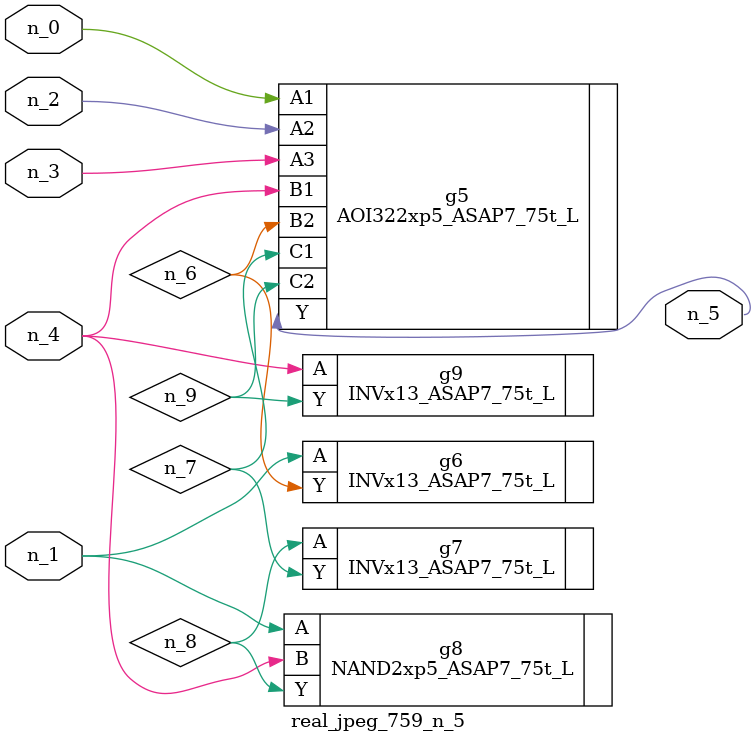
<source format=v>
module real_jpeg_759_n_5 (n_4, n_0, n_1, n_2, n_3, n_5);

input n_4;
input n_0;
input n_1;
input n_2;
input n_3;

output n_5;

wire n_8;
wire n_6;
wire n_7;
wire n_9;

AOI322xp5_ASAP7_75t_L g5 ( 
.A1(n_0),
.A2(n_2),
.A3(n_3),
.B1(n_4),
.B2(n_6),
.C1(n_7),
.C2(n_9),
.Y(n_5)
);

INVx13_ASAP7_75t_L g6 ( 
.A(n_1),
.Y(n_6)
);

NAND2xp5_ASAP7_75t_L g8 ( 
.A(n_1),
.B(n_4),
.Y(n_8)
);

INVx13_ASAP7_75t_L g9 ( 
.A(n_4),
.Y(n_9)
);

INVx13_ASAP7_75t_L g7 ( 
.A(n_8),
.Y(n_7)
);


endmodule
</source>
